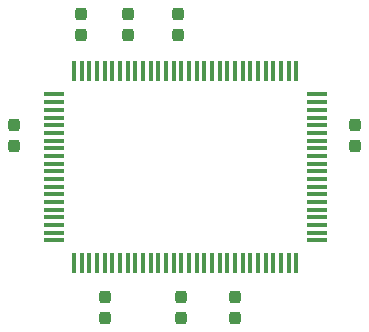
<source format=gbr>
G04 #@! TF.GenerationSoftware,KiCad,Pcbnew,7.0.9*
G04 #@! TF.CreationDate,2024-01-08T23:36:14-05:00*
G04 #@! TF.ProjectId,Compaq S3 Virge GX VRAM Addon Board,436f6d70-6171-4205-9333-205669726765,1*
G04 #@! TF.SameCoordinates,Original*
G04 #@! TF.FileFunction,Paste,Bot*
G04 #@! TF.FilePolarity,Positive*
%FSLAX46Y46*%
G04 Gerber Fmt 4.6, Leading zero omitted, Abs format (unit mm)*
G04 Created by KiCad (PCBNEW 7.0.9) date 2024-01-08 23:36:14*
%MOMM*%
%LPD*%
G01*
G04 APERTURE LIST*
G04 Aperture macros list*
%AMRoundRect*
0 Rectangle with rounded corners*
0 $1 Rounding radius*
0 $2 $3 $4 $5 $6 $7 $8 $9 X,Y pos of 4 corners*
0 Add a 4 corners polygon primitive as box body*
4,1,4,$2,$3,$4,$5,$6,$7,$8,$9,$2,$3,0*
0 Add four circle primitives for the rounded corners*
1,1,$1+$1,$2,$3*
1,1,$1+$1,$4,$5*
1,1,$1+$1,$6,$7*
1,1,$1+$1,$8,$9*
0 Add four rect primitives between the rounded corners*
20,1,$1+$1,$2,$3,$4,$5,0*
20,1,$1+$1,$4,$5,$6,$7,0*
20,1,$1+$1,$6,$7,$8,$9,0*
20,1,$1+$1,$8,$9,$2,$3,0*%
G04 Aperture macros list end*
%ADD10RoundRect,0.100000X-0.100000X0.775000X-0.100000X-0.775000X0.100000X-0.775000X0.100000X0.775000X0*%
%ADD11RoundRect,0.100000X-0.775000X0.100000X-0.775000X-0.100000X0.775000X-0.100000X0.775000X0.100000X0*%
%ADD12RoundRect,0.237500X-0.237500X0.300000X-0.237500X-0.300000X0.237500X-0.300000X0.237500X0.300000X0*%
%ADD13RoundRect,0.237500X0.237500X-0.300000X0.237500X0.300000X-0.237500X0.300000X-0.237500X-0.300000X0*%
G04 APERTURE END LIST*
D10*
X114331857Y-101394959D03*
X114981857Y-101394959D03*
X115631857Y-101394959D03*
X116281857Y-101394959D03*
X116931857Y-101394959D03*
X117581857Y-101394959D03*
X118231857Y-101394959D03*
X118881857Y-101394959D03*
X119531857Y-101394959D03*
X120181857Y-101394959D03*
X120831857Y-101394959D03*
X121481857Y-101394959D03*
X122131857Y-101394959D03*
X122781857Y-101394959D03*
X123431857Y-101394959D03*
X124081857Y-101394959D03*
X124731857Y-101394959D03*
X125381857Y-101394959D03*
X126031857Y-101394959D03*
X126681857Y-101394959D03*
X127331857Y-101394959D03*
X127981857Y-101394959D03*
X128631857Y-101394959D03*
X129281857Y-101394959D03*
X129931857Y-101394959D03*
X130581857Y-101394959D03*
X131231857Y-101394959D03*
X131881857Y-101394959D03*
X132531857Y-101394959D03*
X133181857Y-101394959D03*
D11*
X134881857Y-103344959D03*
X134881857Y-103994959D03*
X134881857Y-104644959D03*
X134881857Y-105294959D03*
X134881857Y-105944959D03*
X134881857Y-106594959D03*
X134881857Y-107244959D03*
X134881857Y-107894959D03*
X134881857Y-108544959D03*
X134881857Y-109194959D03*
X134881857Y-109844959D03*
X134881857Y-110494959D03*
X134881857Y-111144959D03*
X134881857Y-111794959D03*
X134881857Y-112444959D03*
X134881857Y-113094959D03*
X134881857Y-113744959D03*
X134881857Y-114394959D03*
X134881857Y-115044959D03*
X134881857Y-115694959D03*
D10*
X133181857Y-117644959D03*
X132531857Y-117644959D03*
X131881857Y-117644959D03*
X131231857Y-117644959D03*
X130581857Y-117644959D03*
X129931857Y-117644959D03*
X129281857Y-117644959D03*
X128631857Y-117644959D03*
X127981857Y-117644959D03*
X127331857Y-117644959D03*
X126681857Y-117644959D03*
X126031857Y-117644959D03*
X125381857Y-117644959D03*
X124731857Y-117644959D03*
X124081857Y-117644959D03*
X123431857Y-117644959D03*
X122781857Y-117644959D03*
X122131857Y-117644959D03*
X121481857Y-117644959D03*
X120831857Y-117644959D03*
X120181857Y-117644959D03*
X119531857Y-117644959D03*
X118881857Y-117644959D03*
X118231857Y-117644959D03*
X117581857Y-117644959D03*
X116931857Y-117644959D03*
X116281857Y-117644959D03*
X115631857Y-117644959D03*
X114981857Y-117644959D03*
X114331857Y-117644959D03*
D11*
X112631857Y-115694959D03*
X112631857Y-115044959D03*
X112631857Y-114394959D03*
X112631857Y-113744959D03*
X112631857Y-113094959D03*
X112631857Y-112444959D03*
X112631857Y-111794959D03*
X112631857Y-111144959D03*
X112631857Y-110494959D03*
X112631857Y-109844959D03*
X112631857Y-109194959D03*
X112631857Y-108544959D03*
X112631857Y-107894959D03*
X112631857Y-107244959D03*
X112631857Y-106594959D03*
X112631857Y-105944959D03*
X112631857Y-105294959D03*
X112631857Y-104644959D03*
X112631857Y-103994959D03*
X112631857Y-103344959D03*
D12*
X138151857Y-105942459D03*
X138151857Y-107667459D03*
D13*
X114971857Y-98277459D03*
X114971857Y-96552459D03*
X123111857Y-98277459D03*
X123111857Y-96552459D03*
D12*
X116931857Y-120522459D03*
X116931857Y-122247459D03*
X123441857Y-120514959D03*
X123441857Y-122239959D03*
X109301857Y-105942459D03*
X109301857Y-107667459D03*
D13*
X118891857Y-98277459D03*
X118891857Y-96552459D03*
D12*
X127981857Y-120522459D03*
X127981857Y-122247459D03*
M02*

</source>
